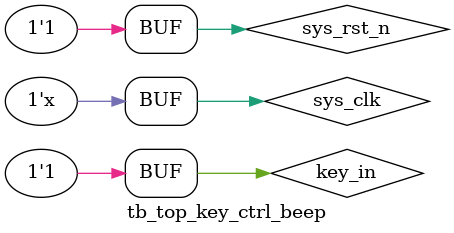
<source format=v>
`timescale  1ns/1ns

module  tb_top_key_ctrl_beep();

//********************************************************************//
//****************** Parameter and Internal Signal *******************//
//********************************************************************//
//wire  define
wire    beep        ;

//reg   define
reg     key_in      ;
reg     sys_clk     ;
reg     sys_rst_n   ;

//********************************************************************//
//***************************** Main Code ****************************//
//********************************************************************//
//对sys_clk,sys_rst赋初值，并模拟按键抖动
initial
    begin
            sys_clk     =   1'b1;
            sys_rst_n   <=  1'b0;
            key_in      <=  1'b1;
    #200    sys_rst_n   <=  1'b1;
    #20     key_in      <=  1'b0;//按下按键
    #20     key_in      <=  1'b1;//模拟抖动
    #20     key_in      <=  1'b0;//模拟抖动
    #20     key_in      <=  1'b1;//模拟抖动
    #20     key_in      <=  1'b0;//模拟抖动
    #200    key_in      <=  1'b1;//松开按键
    #20     key_in      <=  1'b0;//模拟抖动
    #20     key_in      <=  1'b1;//模拟抖动
    #20     key_in      <=  1'b0;//模拟抖动
    #20     key_in      <=  1'b1;//模拟抖动
    #200    key_in      <=  1'b0;//按下按键
    #20     key_in      <=  1'b1;//模拟抖动
    #20     key_in      <=  1'b0;//模拟抖动
    #20     key_in      <=  1'b1;//模拟抖动
    #20     key_in      <=  1'b0;//模拟抖动
    #200    key_in      <=  1'b1;//松开按键
    #20     key_in      <=  1'b0;//模拟抖动
    #20     key_in      <=  1'b1;//模拟抖动
    #20     key_in      <=  1'b0;//模拟抖动
    #20     key_in      <=  1'b1;//模拟抖动    
    end

//clk:产生时钟
always  #10 sys_clk =  ~sys_clk;

//重新定义参数值，缩短仿真时间
defparam    top_key_ctrl_beep_inst.key_filter_inst.CNT_MAX    =   5;

//********************************************************************//
//*************************** Instantiation **************************//
//********************************************************************//
//------------- top_key_ctrl_beep_inst -------------
top_key_ctrl_beep   top_key_ctrl_beep_inst
(
    .sys_clk     (sys_clk   ),
    .sys_rst_n   (sys_rst_n ),
    .key_in      (key_in    ),

    .beep        (beep      )
);
endmodule

</source>
